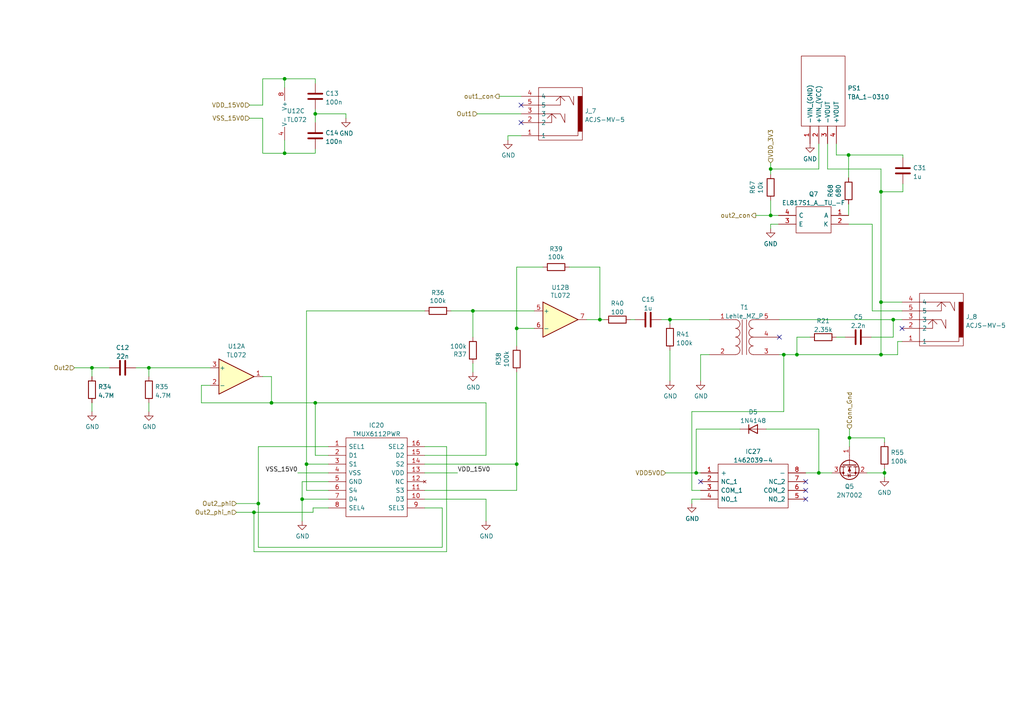
<source format=kicad_sch>
(kicad_sch (version 20211123) (generator eeschema)
  (paper "A4")
  (lib_symbols
    (symbol "Amplifier_Operational:TL072" (pin_names (offset 0.127))
      (property "Reference" "U" (at 0 5.08 0))
      (property "Value" "TL072" (at 0 -5.08 0))
      (symbol "TL072_1_1"
        (polyline (pts (xy -5.08 5.08) (xy 5.08 0) (xy -5.08 -5.08) (xy -5.08 5.08)) (stroke (width 0.254)) (fill (type background)))
        (pin output line (at 7.62 0 180) (length 2.54) (name "~") (number "1"))
        (pin input line (at -7.62 -2.54 0) (length 2.54) (name "-") (number "2"))
        (pin input line (at -7.62 2.54 0) (length 2.54) (name "+") (number "3"))
      )
      (symbol "TL072_2_1"
        (polyline (pts (xy -5.08 5.08) (xy 5.08 0) (xy -5.08 -5.08) (xy -5.08 5.08)) (stroke (width 0.254)) (fill (type background)))
        (pin input line (at -7.62 2.54 0) (length 2.54) (name "+") (number "5"))
        (pin input line (at -7.62 -2.54 0) (length 2.54) (name "-") (number "6"))
        (pin output line (at 7.62 0 180) (length 2.54) (name "~") (number "7"))
      )
      (symbol "TL072_3_1"
        (pin power_in line (at -2.54 -7.62 90) (length 3.81) (name "V-") (number "4"))
        (pin power_in line (at -2.54 7.62 270) (length 3.81) (name "V+") (number "8"))
      )
    )
    (symbol "Aphenol:ACJS-MV-5" (pin_names (offset 0.762))
      (property "Reference" "J_Return1" (at 8.3312 -6.7853 90))
      (property "Value" "ACJS-MV-5" (at 8.3312 -9.3222 90))
      (symbol "ACJS-MV-5_0_0"
        (pin passive line (at 19.05 -6.35 180) (length 5.08) (name "1") (number "1"))
        (pin passive line (at 19.05 -2.54 180) (length 5.08) (name "2") (number "2"))
        (pin passive line (at 19.05 0 180) (length 5.08) (name "3") (number "3"))
        (pin passive line (at 19.05 5.08 180) (length 5.08) (name "4") (number "4"))
        (pin passive line (at 19.05 2.54 180) (length 5.08) (name "5") (number "5"))
      )
      (symbol "ACJS-MV-5_0_1"
        (polyline (pts (xy 2.54 -5.08) (xy 2.54 -6.35) (xy 13.97 -6.35)) (stroke (width 0.1524)))
        (polyline (pts (xy 7.62 5.08) (xy 7.62 2.54) (xy 13.97 2.54)) (stroke (width 0.1524)))
        (polyline (pts (xy 8.89 -1.27) (xy 10.16 0) (xy 11.43 -1.27)) (stroke (width 0.1524)))
        (polyline (pts (xy 13.97 -2.54) (xy 10.16 -2.54) (xy 10.16 0)) (stroke (width 0.1524)))
        (polyline (pts (xy 7.62 5.08) (xy 6.35 3.81) (xy 7.62 5.08) (xy 8.89 3.81)) (stroke (width 0.1524)))
        (polyline (pts (xy 13.97 0) (xy 7.62 0) (xy 6.35 -2.54) (xy 6.35 0)) (stroke (width 0.1524)))
        (polyline (pts (xy 13.97 5.08) (xy 5.08 5.08) (xy 3.81 2.54) (xy 3.81 5.08)) (stroke (width 0.1524)))
        (polyline (pts (xy 1.27 7.62) (xy 13.97 7.62) (xy 13.97 -7.62) (xy 1.27 -7.62) (xy 1.27 7.62)) (stroke (width 0.1524)))
        (rectangle (start 1.27 5.08) (end 2.54 -5.08) (stroke (width 0.1524)) (fill (type outline)))
      )
    )
    (symbol "Device:C" (pin_numbers hide) (pin_names (offset 0.254))
      (property "Reference" "C" (at 0.635 2.54 0))
      (property "Value" "C" (at 0.635 -2.54 0))
      (symbol "C_0_1"
        (polyline (pts (xy -2.032 -0.762) (xy 2.032 -0.762)) (stroke (width 0.508)))
        (polyline (pts (xy -2.032 0.762) (xy 2.032 0.762)) (stroke (width 0.508)))
      )
      (symbol "C_1_1"
        (pin passive line (at 0 3.81 270) (length 2.794) (name "~") (number "1"))
        (pin passive line (at 0 -3.81 90) (length 2.794) (name "~") (number "2"))
      )
    )
    (symbol "Device:R" (pin_numbers hide) (pin_names (offset 0))
      (property "Reference" "R" (at 2.032 0 90))
      (property "Value" "R" (at 0 0 90))
      (symbol "R_0_1"
        (rectangle (start -1.016 -2.54) (end 1.016 2.54) (stroke (width 0.254)))
      )
      (symbol "R_1_1"
        (pin passive line (at 0 3.81 270) (length 1.27) (name "~") (number "1"))
        (pin passive line (at 0 -3.81 90) (length 1.27) (name "~") (number "2"))
      )
    )
    (symbol "Device:Transformer_1P_SS" (pin_names (offset 1.016) hide)
      (property "Reference" "T" (at 0 6.35 0))
      (property "Value" "Transformer_1P_SS" (at 0 -7.62 0))
      (symbol "Transformer_1P_SS_0_1"
        (arc (start -2.54 -5.0546) (mid -1.6599 -4.6901) (end -1.27 -3.81))
        (arc (start -2.54 -2.5146) (mid -1.6599 -2.1501) (end -1.27 -1.27))
        (arc (start -2.54 0.0254) (mid -1.6599 0.3899) (end -1.27 1.27))
        (arc (start -2.54 2.5654) (mid -1.6599 2.9299) (end -1.27 3.81))
        (arc (start -1.27 -3.81) (mid -1.642 -2.912) (end -2.54 -2.54))
        (arc (start -1.27 -1.27) (mid -1.642 -0.372) (end -2.54 0))
        (arc (start -1.27 1.27) (mid -1.642 2.168) (end -2.54 2.54))
        (arc (start -1.27 3.81) (mid -1.642 4.708) (end -2.54 5.08))
        (polyline (pts (xy -0.635 5.08) (xy -0.635 -5.08)))
        (polyline (pts (xy 0.635 -5.08) (xy 0.635 5.08)))
        (arc (start 1.2954 -1.27) (mid 1.6599 -2.1501) (end 2.54 -2.5146))
        (arc (start 1.2954 1.27) (mid 1.6599 0.3899) (end 2.54 0.0254))
        (arc (start 1.2954 3.81) (mid 1.6599 2.9299) (end 2.54 2.5654))
        (arc (start 1.3208 -3.81) (mid 1.6853 -4.6901) (end 2.5654 -5.0546))
        (arc (start 2.54 0) (mid 1.642 -0.372) (end 1.2954 -1.27))
        (arc (start 2.54 2.54) (mid 1.642 2.168) (end 1.2954 1.27))
        (arc (start 2.54 5.08) (mid 1.642 4.708) (end 1.2954 3.81))
        (arc (start 2.5654 -2.54) (mid 1.6674 -2.912) (end 1.3208 -3.81))
      )
      (symbol "Transformer_1P_SS_1_1"
        (pin passive line (at -10.16 5.08 0) (length 7.62) (name "AA") (number "1"))
        (pin passive line (at -10.16 -5.08 0) (length 7.62) (name "AB") (number "2"))
        (pin passive line (at 10.16 -5.08 180) (length 7.62) (name "SA") (number "3"))
        (pin passive line (at 10.16 0 180) (length 7.62) (name "SC") (number "4"))
        (pin passive line (at 10.16 5.08 180) (length 7.62) (name "SB") (number "5"))
      )
    )
    (symbol "Diode:1N4148" (pin_numbers hide) (pin_names hide)
      (property "Reference" "D" (at 0 2.54 0))
      (property "Value" "1N4148" (at 0 -2.54 0))
      (symbol "1N4148_0_1"
        (polyline (pts (xy -1.27 1.27) (xy -1.27 -1.27)) (stroke (width 0.254)))
        (polyline (pts (xy 1.27 0) (xy -1.27 0)))
        (polyline (pts (xy 1.27 1.27) (xy 1.27 -1.27) (xy -1.27 0) (xy 1.27 1.27)) (stroke (width 0.254)))
      )
      (symbol "1N4148_1_1"
        (pin passive line (at -3.81 0 0) (length 2.54) (name "K") (number "1"))
        (pin passive line (at 3.81 0 180) (length 2.54) (name "A") (number "2"))
      )
    )
    (symbol "SamacSys_Parts:1462039-4" (pin_names (offset 0.762))
      (property "Reference" "IC" (at 26.67 7.62 0))
      (property "Value" "1462039-4" (at 26.67 5.08 0))
      (symbol "1462039-4_0_0"
        (pin passive line (at 0 0 0) (length 5.08) (name "+") (number "1"))
        (pin passive line (at 0 -2.54 0) (length 5.08) (name "NC_1") (number "2"))
        (pin passive line (at 0 -5.08 0) (length 5.08) (name "COM_1") (number "3"))
        (pin passive line (at 0 -7.62 0) (length 5.08) (name "NO_1") (number "4"))
        (pin passive line (at 30.48 -7.62 180) (length 5.08) (name "NO_2") (number "5"))
        (pin passive line (at 30.48 -5.08 180) (length 5.08) (name "COM_2") (number "6"))
        (pin passive line (at 30.48 -2.54 180) (length 5.08) (name "NC_2") (number "7"))
        (pin passive line (at 30.48 0 180) (length 5.08) (name "-") (number "8"))
      )
      (symbol "1462039-4_0_1"
        (polyline (pts (xy 5.08 2.54) (xy 25.4 2.54) (xy 25.4 -10.16) (xy 5.08 -10.16) (xy 5.08 2.54)) (stroke (width 0.1524)))
      )
    )
    (symbol "SamacSys_Parts:EL817S1_A__TU_-F" (pin_names (offset 0.762))
      (property "Reference" "Q" (at 16.51 7.62 0))
      (property "Value" "EL817S1_A__TU_-F" (at 16.51 5.08 0))
      (symbol "EL817S1_A__TU_-F_0_0"
        (pin passive line (at 0 0 0) (length 5.08) (name "A") (number "1"))
        (pin passive line (at 0 -2.54 0) (length 5.08) (name "K") (number "2"))
        (pin passive line (at 20.32 -2.54 180) (length 5.08) (name "E") (number "3"))
        (pin passive line (at 20.32 0 180) (length 5.08) (name "C") (number "4"))
      )
      (symbol "EL817S1_A__TU_-F_0_1"
        (polyline (pts (xy 5.08 2.54) (xy 15.24 2.54) (xy 15.24 -5.08) (xy 5.08 -5.08) (xy 5.08 2.54)) (stroke (width 0.1524)))
      )
    )
    (symbol "SamacSys_Parts:TBA_1-0310" (pin_names (offset 0.762))
      (property "Reference" "PS" (at 26.67 7.62 0))
      (property "Value" "TBA_1-0310" (at 26.67 5.08 0))
      (symbol "TBA_1-0310_0_0"
        (pin passive line (at 0 0 0) (length 5.08) (name "-VIN_(GND)") (number "1"))
        (pin passive line (at 0 -2.54 0) (length 5.08) (name "+VIN_(VCC)") (number "2"))
        (pin passive line (at 0 -5.08 0) (length 5.08) (name "-VOUT") (number "3"))
        (pin passive line (at 0 -7.62 0) (length 5.08) (name "+VOUT") (number "4"))
      )
      (symbol "TBA_1-0310_0_1"
        (polyline (pts (xy 5.08 2.54) (xy 25.4 2.54) (xy 25.4 -10.16) (xy 5.08 -10.16) (xy 5.08 2.54)) (stroke (width 0.1524)))
      )
    )
    (symbol "SamacSys_Parts:TMUX6112PWR" (pin_names (offset 0.762))
      (property "Reference" "IC" (at 24.13 7.62 0))
      (property "Value" "TMUX6112PWR" (at 24.13 5.08 0))
      (symbol "TMUX6112PWR_0_0"
        (pin input line (at 0 0 0) (length 5.08) (name "SEL1") (number "1"))
        (pin bidirectional line (at 27.94 -15.24 180) (length 5.08) (name "D3") (number "10"))
        (pin bidirectional line (at 27.94 -12.7 180) (length 5.08) (name "S3") (number "11"))
        (pin no_connect line (at 27.94 -10.16 180) (length 5.08) (name "NC") (number "12"))
        (pin power_in line (at 27.94 -7.62 180) (length 5.08) (name "VDD") (number "13"))
        (pin bidirectional line (at 27.94 -5.08 180) (length 5.08) (name "S2") (number "14"))
        (pin bidirectional line (at 27.94 -2.54 180) (length 5.08) (name "D2") (number "15"))
        (pin input line (at 27.94 0 180) (length 5.08) (name "SEL2") (number "16"))
        (pin bidirectional line (at 0 -2.54 0) (length 5.08) (name "D1") (number "2"))
        (pin bidirectional line (at 0 -5.08 0) (length 5.08) (name "S1") (number "3"))
        (pin power_in line (at 0 -7.62 0) (length 5.08) (name "VSS") (number "4"))
        (pin power_in line (at 0 -10.16 0) (length 5.08) (name "GND") (number "5"))
        (pin bidirectional line (at 0 -12.7 0) (length 5.08) (name "S4") (number "6"))
        (pin bidirectional line (at 0 -15.24 0) (length 5.08) (name "D4") (number "7"))
        (pin input line (at 0 -17.78 0) (length 5.08) (name "SEL4") (number "8"))
        (pin input line (at 27.94 -17.78 180) (length 5.08) (name "SEL3") (number "9"))
      )
      (symbol "TMUX6112PWR_0_1"
        (polyline (pts (xy 5.08 2.54) (xy 22.86 2.54) (xy 22.86 -20.32) (xy 5.08 -20.32) (xy 5.08 2.54)) (stroke (width 0.1524)))
      )
    )
    (symbol "Transistor_FET:2N7002" (pin_names hide)
      (property "Reference" "Q" (at 5.08 1.905 0))
      (property "Value" "2N7002" (at 5.08 0 0))
      (symbol "2N7002_0_1"
        (polyline (pts (xy 0.254 0) (xy -2.54 0)))
        (polyline (pts (xy 0.254 1.905) (xy 0.254 -1.905)) (stroke (width 0.254)))
        (polyline (pts (xy 0.762 -1.27) (xy 0.762 -2.286)) (stroke (width 0.254)))
        (polyline (pts (xy 0.762 0.508) (xy 0.762 -0.508)) (stroke (width 0.254)))
        (polyline (pts (xy 0.762 2.286) (xy 0.762 1.27)) (stroke (width 0.254)))
        (polyline (pts (xy 2.54 2.54) (xy 2.54 1.778)))
        (polyline (pts (xy 2.54 -2.54) (xy 2.54 0) (xy 0.762 0)))
        (polyline (pts (xy 0.762 -1.778) (xy 3.302 -1.778) (xy 3.302 1.778) (xy 0.762 1.778)))
        (polyline (pts (xy 1.016 0) (xy 2.032 0.381) (xy 2.032 -0.381) (xy 1.016 0)) (fill (type outline)))
        (polyline (pts (xy 2.794 0.508) (xy 2.921 0.381) (xy 3.683 0.381) (xy 3.81 0.254)))
        (polyline (pts (xy 3.302 0.381) (xy 2.921 -0.254) (xy 3.683 -0.254) (xy 3.302 0.381)))
        (circle (center 1.651 0) (radius 2.794) (stroke (width 0.254)))
        (circle (center 2.54 -1.778) (radius 0.254) (fill (type outline)))
        (circle (center 2.54 1.778) (radius 0.254) (fill (type outline)))
      )
      (symbol "2N7002_1_1"
        (pin input line (at -5.08 0 0) (length 2.54) (name "G") (number "1"))
        (pin passive line (at 2.54 -5.08 90) (length 2.54) (name "S") (number "2"))
        (pin passive line (at 2.54 5.08 270) (length 2.54) (name "D") (number "3"))
      )
    )
    (symbol "power:GND" (power) (pin_names (offset 0))
      (property "Value" "GND" (at 0 -3.81 0))
      (symbol "GND_0_1"
        (polyline (pts (xy 0 0) (xy 0 -1.27) (xy 1.27 -1.27) (xy 0 -2.54) (xy -1.27 -1.27) (xy 0 -1.27)))
      )
      (symbol "GND_1_1"
        (pin power_in line (at 0 0 270) (length 0) hide (name "GND") (number "1"))
      )
    )
  )
  (junction (at 43.18 106.68))
  (junction (at 73.66 148.59))
  (junction (at 256.54 137.16))
  (junction (at 82.55 44.45))
  (junction (at 194.31 92.71))
  (junction (at 137.16 90.17))
  (junction (at 223.52 49.022))
  (junction (at 255.524 87.63))
  (junction (at 173.99 92.71))
  (junction (at 88.9 134.62))
  (junction (at 149.86 95.25))
  (junction (at 91.44 33.02))
  (junction (at 223.52 62.484))
  (junction (at 82.55 22.86))
  (junction (at 78.74 116.84))
  (junction (at 246.38 127))
  (junction (at 74.93 146.05))
  (junction (at 91.44 116.84))
  (junction (at 255.524 102.87))
  (junction (at 231.14 102.87))
  (junction (at 259.08 92.71))
  (junction (at 87.63 144.78))
  (junction (at 201.93 137.16))
  (junction (at 26.67 106.68))
  (junction (at 237.49 137.16))
  (junction (at 149.86 134.62))
  (junction (at 227.33 102.87))
  (junction (at 246.126 44.958))
  (junction (at 255.524 55.626))
  (no_connect (at 233.68 142.24))
  (no_connect (at 233.68 139.7))
  (no_connect (at 233.68 144.78))
  (no_connect (at 261.62 95.25))
  (no_connect (at 203.2 139.7))
  (no_connect (at 151.13 35.56))
  (no_connect (at 151.13 30.48))
  (no_connect (at 226.06 97.79))
  (wire (pts (xy 100.33 33.02) (xy 91.44 33.02)))
  (wire (pts (xy 76.2 34.29) (xy 76.2 44.45)))
  (wire (pts (xy 147.32 39.37) (xy 147.32 40.64)))
  (wire (pts (xy 240.03 49.022) (xy 240.03 41.656)))
  (wire (pts (xy 237.49 49.022) (xy 237.49 41.656)))
  (wire (pts (xy 88.9 142.24) (xy 95.25 142.24)))
  (wire (pts (xy 201.93 124.46) (xy 201.93 137.16)))
  (wire (pts (xy 72.39 34.29) (xy 76.2 34.29)))
  (wire (pts (xy 74.93 129.54) (xy 74.93 146.05)))
  (wire (pts (xy 123.19 134.62) (xy 149.86 134.62)))
  (wire (pts (xy 201.93 137.16) (xy 203.2 137.16)))
  (wire (pts (xy 91.44 43.18) (xy 91.44 44.45)))
  (wire (pts (xy 242.57 41.656) (xy 242.57 44.958)))
  (wire (pts (xy 255.524 87.63) (xy 255.524 102.87)))
  (wire (pts (xy 256.54 137.16) (xy 256.54 138.43)))
  (wire (pts (xy 129.54 129.54) (xy 123.19 129.54)))
  (wire (pts (xy 260.35 99.06) (xy 260.35 102.87)))
  (wire (pts (xy 91.44 22.86) (xy 82.55 22.86)))
  (wire (pts (xy 223.52 49.022) (xy 223.52 50.546)))
  (wire (pts (xy 261.62 90.17) (xy 252.984 90.17)))
  (wire (pts (xy 76.2 44.45) (xy 82.55 44.45)))
  (wire (pts (xy 182.88 92.71) (xy 184.15 92.71)))
  (wire (pts (xy 255.524 102.87) (xy 260.35 102.87)))
  (wire (pts (xy 76.2 109.22) (xy 78.74 109.22)))
  (wire (pts (xy 78.74 116.84) (xy 58.42 116.84)))
  (wire (pts (xy 58.42 116.84) (xy 58.42 111.76)))
  (wire (pts (xy 255.524 87.63) (xy 261.62 87.63)))
  (wire (pts (xy 90.805 147.32) (xy 95.25 147.32)))
  (wire (pts (xy 88.9 90.17) (xy 88.9 134.62)))
  (wire (pts (xy 246.126 59.182) (xy 246.126 62.484)))
  (wire (pts (xy 237.49 124.46) (xy 222.25 124.46)))
  (wire (pts (xy 242.57 44.958) (xy 246.126 44.958)))
  (wire (pts (xy 137.16 107.95) (xy 137.16 105.41)))
  (wire (pts (xy 123.19 144.78) (xy 140.97 144.78)))
  (wire (pts (xy 251.46 137.16) (xy 256.54 137.16)))
  (wire (pts (xy 246.38 127) (xy 256.54 127)))
  (wire (pts (xy 223.52 47.244) (xy 223.52 49.022)))
  (wire (pts (xy 39.37 106.68) (xy 43.18 106.68)))
  (wire (pts (xy 140.97 116.84) (xy 140.97 132.08)))
  (wire (pts (xy 88.9 90.17) (xy 123.19 90.17)))
  (wire (pts (xy 91.44 116.84) (xy 140.97 116.84)))
  (wire (pts (xy 252.984 65.024) (xy 246.126 65.024)))
  (wire (pts (xy 255.524 55.626) (xy 261.874 55.626)))
  (wire (pts (xy 149.86 95.25) (xy 149.86 77.47)))
  (wire (pts (xy 261.62 99.06) (xy 260.35 99.06)))
  (wire (pts (xy 173.99 92.71) (xy 175.26 92.71)))
  (wire (pts (xy 149.86 107.95) (xy 149.86 134.62)))
  (wire (pts (xy 100.33 34.29) (xy 100.33 33.02)))
  (wire (pts (xy 149.86 95.25) (xy 154.94 95.25)))
  (wire (pts (xy 60.96 106.68) (xy 43.18 106.68)))
  (wire (pts (xy 91.44 116.84) (xy 91.44 132.08)))
  (wire (pts (xy 223.52 62.484) (xy 225.806 62.484)))
  (wire (pts (xy 200.66 119.38) (xy 227.33 119.38)))
  (wire (pts (xy 203.2 102.87) (xy 205.74 102.87)))
  (wire (pts (xy 157.48 77.47) (xy 149.86 77.47)))
  (wire (pts (xy 137.16 90.17) (xy 154.94 90.17)))
  (wire (pts (xy 137.16 90.17) (xy 137.16 97.79)))
  (wire (pts (xy 26.67 106.68) (xy 21.59 106.68)))
  (wire (pts (xy 78.74 109.22) (xy 78.74 116.84)))
  (wire (pts (xy 128.27 158.75) (xy 128.27 147.32)))
  (wire (pts (xy 256.54 127) (xy 256.54 128.27)))
  (wire (pts (xy 73.66 160.02) (xy 129.54 160.02)))
  (wire (pts (xy 173.99 77.47) (xy 165.1 77.47)))
  (wire (pts (xy 26.67 106.68) (xy 31.75 106.68)))
  (wire (pts (xy 255.524 87.63) (xy 255.524 55.626)))
  (wire (pts (xy 88.9 134.62) (xy 88.9 142.24)))
  (wire (pts (xy 26.67 116.84) (xy 26.67 119.38)))
  (wire (pts (xy 227.33 102.87) (xy 227.33 119.38)))
  (wire (pts (xy 223.52 65.024) (xy 225.806 65.024)))
  (wire (pts (xy 82.55 44.45) (xy 91.44 44.45)))
  (wire (pts (xy 149.86 134.62) (xy 149.86 142.24)))
  (wire (pts (xy 261.874 44.958) (xy 246.126 44.958)))
  (wire (pts (xy 87.63 144.78) (xy 95.25 144.78)))
  (wire (pts (xy 82.55 40.64) (xy 82.55 44.45)))
  (wire (pts (xy 86.36 137.16) (xy 95.25 137.16)))
  (wire (pts (xy 231.14 102.87) (xy 255.524 102.87)))
  (wire (pts (xy 130.81 90.17) (xy 137.16 90.17)))
  (wire (pts (xy 256.54 135.89) (xy 256.54 137.16)))
  (wire (pts (xy 76.2 30.48) (xy 72.39 30.48)))
  (wire (pts (xy 231.14 102.87) (xy 227.33 102.87)))
  (wire (pts (xy 74.93 146.05) (xy 68.58 146.05)))
  (wire (pts (xy 194.31 101.6) (xy 194.31 110.49)))
  (wire (pts (xy 259.08 92.71) (xy 261.62 92.71)))
  (wire (pts (xy 227.33 102.87) (xy 226.06 102.87)))
  (wire (pts (xy 78.74 116.84) (xy 91.44 116.84)))
  (wire (pts (xy 88.9 134.62) (xy 95.25 134.62)))
  (wire (pts (xy 240.03 49.022) (xy 255.524 49.022)))
  (wire (pts (xy 68.58 148.59) (xy 73.66 148.59)))
  (wire (pts (xy 200.66 142.24) (xy 200.66 119.38)))
  (wire (pts (xy 74.93 129.54) (xy 95.25 129.54)))
  (wire (pts (xy 170.18 92.71) (xy 173.99 92.71)))
  (wire (pts (xy 200.66 144.78) (xy 203.2 144.78)))
  (wire (pts (xy 58.42 111.76) (xy 60.96 111.76)))
  (wire (pts (xy 82.55 22.86) (xy 82.55 25.4)))
  (wire (pts (xy 231.14 97.79) (xy 231.14 102.87)))
  (wire (pts (xy 123.19 147.32) (xy 128.27 147.32)))
  (wire (pts (xy 149.86 100.33) (xy 149.86 95.25)))
  (wire (pts (xy 219.202 62.484) (xy 223.52 62.484)))
  (wire (pts (xy 203.2 102.87) (xy 203.2 110.49)))
  (wire (pts (xy 91.44 33.02) (xy 91.44 35.56)))
  (wire (pts (xy 91.44 24.13) (xy 91.44 22.86)))
  (wire (pts (xy 261.874 45.72) (xy 261.874 44.958)))
  (wire (pts (xy 246.38 124.46) (xy 246.38 127)))
  (wire (pts (xy 237.49 137.16) (xy 241.3 137.16)))
  (wire (pts (xy 223.52 49.022) (xy 237.49 49.022)))
  (wire (pts (xy 255.524 55.626) (xy 255.524 49.022)))
  (wire (pts (xy 226.06 92.71) (xy 259.08 92.71)))
  (wire (pts (xy 91.44 132.08) (xy 95.25 132.08)))
  (wire (pts (xy 259.08 97.79) (xy 252.73 97.79)))
  (wire (pts (xy 87.63 139.7) (xy 95.25 139.7)))
  (wire (pts (xy 214.63 124.46) (xy 201.93 124.46)))
  (wire (pts (xy 194.31 92.71) (xy 194.31 93.98)))
  (wire (pts (xy 43.18 106.68) (xy 43.18 109.22)))
  (wire (pts (xy 259.08 92.71) (xy 259.08 97.79)))
  (wire (pts (xy 237.49 137.16) (xy 237.49 124.46)))
  (wire (pts (xy 151.13 39.37) (xy 147.32 39.37)))
  (wire (pts (xy 76.2 22.86) (xy 76.2 30.48)))
  (wire (pts (xy 123.19 142.24) (xy 149.86 142.24)))
  (wire (pts (xy 246.126 44.958) (xy 246.126 51.562)))
  (wire (pts (xy 173.99 92.71) (xy 173.99 77.47)))
  (wire (pts (xy 82.55 22.86) (xy 76.2 22.86)))
  (wire (pts (xy 252.984 65.024) (xy 252.984 90.17)))
  (wire (pts (xy 74.93 158.75) (xy 128.27 158.75)))
  (wire (pts (xy 200.66 142.24) (xy 203.2 142.24)))
  (wire (pts (xy 242.57 97.79) (xy 245.11 97.79)))
  (wire (pts (xy 138.43 33.02) (xy 151.13 33.02)))
  (wire (pts (xy 123.19 132.08) (xy 140.97 132.08)))
  (wire (pts (xy 123.19 137.16) (xy 132.715 137.16)))
  (wire (pts (xy 234.95 97.79) (xy 231.14 97.79)))
  (wire (pts (xy 87.63 144.78) (xy 87.63 151.13)))
  (wire (pts (xy 246.38 127) (xy 246.38 129.54)))
  (wire (pts (xy 73.66 148.59) (xy 73.66 160.02)))
  (wire (pts (xy 200.66 144.78) (xy 200.66 146.05)))
  (wire (pts (xy 223.52 66.294) (xy 223.52 65.024)))
  (wire (pts (xy 129.54 129.54) (xy 129.54 160.02)))
  (wire (pts (xy 223.52 58.166) (xy 223.52 62.484)))
  (wire (pts (xy 91.44 31.75) (xy 91.44 33.02)))
  (wire (pts (xy 90.805 148.59) (xy 90.805 147.32)))
  (wire (pts (xy 140.97 144.78) (xy 140.97 151.13)))
  (wire (pts (xy 261.874 53.34) (xy 261.874 55.626)))
  (wire (pts (xy 26.67 106.68) (xy 26.67 109.22)))
  (wire (pts (xy 73.66 148.59) (xy 90.805 148.59)))
  (wire (pts (xy 194.31 92.71) (xy 205.74 92.71)))
  (wire (pts (xy 43.18 116.84) (xy 43.18 119.38)))
  (wire (pts (xy 193.04 137.16) (xy 201.93 137.16)))
  (wire (pts (xy 233.68 137.16) (xy 237.49 137.16)))
  (wire (pts (xy 87.63 139.7) (xy 87.63 144.78)))
  (wire (pts (xy 74.93 146.05) (xy 74.93 158.75)))
  (wire (pts (xy 144.78 27.94) (xy 151.13 27.94)))
  (wire (pts (xy 191.77 92.71) (xy 194.31 92.71)))
  (label "VSS_15V0" (at 86.36 137.16 180))
  (label "VDD_15V0" (at 132.715 137.16 0))
  (hierarchical_label "VDD_15V0" (shape input) (at 72.39 30.48 180))
  (hierarchical_label "out2_con" (shape output) (at 219.202 62.484 180))
  (hierarchical_label "Out2" (shape input) (at 21.59 106.68 180))
  (hierarchical_label "VDD_3V3" (shape input) (at 223.52 47.244 90))
  (hierarchical_label "Out1" (shape input) (at 138.43 33.02 180))
  (hierarchical_label "Out2_phi" (shape input) (at 68.58 146.05 180))
  (hierarchical_label "Conn_Gnd" (shape input) (at 246.38 124.46 90))
  (hierarchical_label "out1_con" (shape output) (at 144.78 27.94 180))
  (hierarchical_label "VDD5V0" (shape input) (at 193.04 137.16 180))
  (hierarchical_label "VSS_15V0" (shape input) (at 72.39 34.29 180))
  (hierarchical_label "Out2_phi_n" (shape input) (at 68.58 148.59 180))
  (symbol (lib_id "Amplifier_Operational:TL072") (at 162.56 92.71 0) (unit 2)
    (property "Reference" "U12" (at 162.56 83.3882 0))
    (property "Value" "TL072" (at 162.56 85.6996 0))
    (property "Footprint" "SamacSys_Parts:SOIC127P600X175-8N" (effects hide))
    (property "Datasheet" "http://www.ti.com/lit/ds/symlink/tl071.pdf" (effects hide))
  )
  (symbol (lib_id "Device:R") (at 246.126 55.372 0) (unit 1)
    (property "Reference" "R68" (at 240.8682 55.372 90))
    (property "Value" "680" (at 243.1796 55.372 90))
    (property "Footprint" "Resistor_SMD:R_1206_3216Metric_Pad1.30x1.75mm_HandSolder" (effects hide))
  )
  (symbol (lib_id "Device:R") (at 137.16 101.6 0) (unit 1)
    (property "Reference" "R37" (at 135.382 102.7684 0) (effects (justify right)))
    (property "Value" "100k" (at 135.382 100.457 0) (effects (justify right)))
    (property "Footprint" "Resistor_SMD:R_1206_3216Metric_Pad1.30x1.75mm_HandSolder" (effects hide))
  )
  (symbol (lib_id "Device:R") (at 238.76 97.79 90) (unit 1)
    (property "Reference" "R21" (at 238.76 93.0742 90))
    (property "Value" "2.35k" (at 238.76 95.6111 90))
    (property "Footprint" "Resistor_SMD:R_1206_3216Metric_Pad1.30x1.75mm_HandSolder" (effects hide))
  )
  (symbol (lib_id "Device:R") (at 127 90.17 90) (unit 1)
    (property "Reference" "R36" (at 127 84.9122 90))
    (property "Value" "100k" (at 127 87.2236 90))
    (property "Footprint" "Resistor_SMD:R_1206_3216Metric_Pad1.30x1.75mm_HandSolder" (effects hide))
  )
  (symbol (lib_id "Aphenol:ACJS-MV-5") (at 170.18 33.02 0) (mirror y) (unit 1)
    (property "Reference" "J_7" (at 169.6212 32.1853 0) (effects (justify right)))
    (property "Value" "ACJS-MV-5" (at 169.6212 34.7222 0) (effects (justify right)))
    (property "Footprint" "SamacSys_Parts:ACJSMV5" (effects hide))
    (property "Datasheet" "http://www.amphenolaudio.com/wp-content/uploads/2015/07/55010228000152_acjx-mv-x.pdf" (effects hide))
    (property "Description" "Phone Connectors 1/4\"VERT CHASIS CONN PLSTC" (effects hide))
    (property "Height" "31.45" (effects hide))
    (property "Manufacturer_Name" "Amphenol" (effects hide))
    (property "Manufacturer_Part_Number" "ACJS-MV-5" (effects hide))
    (property "Mouser Part Number" "523-ACJS-MV-5" (effects hide))
    (property "Mouser Price/Stock" "https://www.mouser.co.uk/ProductDetail/Amphenol-Audio/ACJS-MV-5?qs=c9RBuMmXG6JIOKwHTyIaMA%3D%3D" (effects hide))
  )
  (symbol (lib_id "SamacSys_Parts:TMUX6112PWR") (at 95.25 129.54 0) (unit 1)
    (property "Reference" "IC20" (at 109.22 123.351 0))
    (property "Value" "TMUX6112PWR" (at 109.22 125.8879 0))
    (property "Footprint" "SamacSys_Parts:SOP65P640X120-16N" (effects hide))
    (property "Datasheet" "http://www.ti.com/lit/ds/symlink/tmux6112.pdf" (effects hide))
    (property "Description" "Analog Switch ICs 36-V, Low Capacitance, Low-Leakage-Current, Precision, Quad SPST Switches (Normally Open) 16-TSSOP -40 to 125" (effects hide))
    (property "Height" "1.2" (effects hide))
    (property "Manufacturer_Name" "Texas Instruments" (effects hide))
    (property "Manufacturer_Part_Number" "TMUX6112PWR" (effects hide))
    (property "Mouser Part Number" "595-TMUX6112PWR" (effects hide))
    (property "Mouser Price/Stock" "https://www.mouser.co.uk/ProductDetail/Texas-Instruments/TMUX6112PWR?qs=lc2O%252BfHJPVapObCKrxF4jQ%3D%3D" (effects hide))
    (property "Arrow Part Number" "TMUX6112PWR" (effects hide))
    (property "Arrow Price/Stock" "https://www.arrow.com/en/products/tmux6112pwr/texas-instruments?region=nac" (effects hide))
  )
  (symbol (lib_id "Device:R") (at 43.18 113.03 0) (unit 1)
    (property "Reference" "R35" (at 44.958 112.1953 0) (effects (justify left)))
    (property "Value" "4.7M" (at 44.958 114.7322 0) (effects (justify left)))
    (property "Footprint" "Resistor_SMD:R_1206_3216Metric_Pad1.30x1.75mm_HandSolder" (effects hide))
  )
  (symbol (lib_id "Aphenol:ACJS-MV-5") (at 280.67 92.71 0) (mirror y) (unit 1)
    (property "Reference" "J_8" (at 280.1112 91.8753 0) (effects (justify right)))
    (property "Value" "ACJS-MV-5" (at 280.1112 94.4122 0) (effects (justify right)))
    (property "Footprint" "SamacSys_Parts:ACJSMV5" (effects hide))
    (property "Datasheet" "http://www.amphenolaudio.com/wp-content/uploads/2015/07/55010228000152_acjx-mv-x.pdf" (effects hide))
    (property "Description" "Phone Connectors 1/4\"VERT CHASIS CONN PLSTC" (effects hide))
    (property "Height" "31.45" (effects hide))
    (property "Manufacturer_Name" "Amphenol" (effects hide))
    (property "Manufacturer_Part_Number" "ACJS-MV-5" (effects hide))
    (property "Mouser Part Number" "523-ACJS-MV-5" (effects hide))
    (property "Mouser Price/Stock" "https://www.mouser.co.uk/ProductDetail/Amphenol-Audio/ACJS-MV-5?qs=c9RBuMmXG6JIOKwHTyIaMA%3D%3D" (effects hide))
  )
  (symbol (lib_id "Device:R") (at 161.29 77.47 270) (unit 1)
    (property "Reference" "R39" (at 161.29 72.2122 90))
    (property "Value" "100k" (at 161.29 74.5236 90))
    (property "Footprint" "Resistor_SMD:R_1206_3216Metric_Pad1.30x1.75mm_HandSolder" (effects hide))
  )
  (symbol (lib_id "Device:R") (at 179.07 92.71 90) (unit 1)
    (property "Reference" "R40" (at 179.07 87.9942 90))
    (property "Value" "100" (at 179.07 90.5311 90))
    (property "Footprint" "Resistor_SMD:R_1206_3216Metric_Pad1.30x1.75mm_HandSolder" (effects hide))
  )
  (symbol (lib_id "SamacSys_Parts:TBA_1-0310") (at 234.95 41.656 90) (unit 1)
    (property "Reference" "PS1" (at 245.8212 25.5813 90) (effects (justify right)))
    (property "Value" "TBA_1-0310" (at 245.8212 28.1182 90) (effects (justify right)))
    (property "Footprint" "SamacSys_Parts:TBA1" (effects hide))
    (property "Datasheet" "https://tracopower.com/tba1-datasheet/" (effects hide))
    (property "Description" "1 Watt DC/DC converter, industrial, +/-10% input, short circuit protection, unregulated, encapsulated, SIP-4" (effects hide))
    (property "Height" "9.65" (effects hide))
    (property "Manufacturer_Name" "Traco Power" (effects hide))
    (property "Manufacturer_Part_Number" "TBA 1-0310" (effects hide))
    (property "Mouser Part Number" "495-TBA1-0310" (effects hide))
    (property "Mouser Price/Stock" "https://www.mouser.co.uk/ProductDetail/TRACO-Power/TBA-1-0310?qs=byeeYqUIh0NkEbN4B%252BJsVg%3D%3D" (effects hide))
  )
  (symbol (lib_id "power:GND") (at 256.54 138.43 0) (unit 1)
    (property "Reference" "#PWR085" (effects hide))
    (property "Value" "GND" (at 256.54 142.8734 0))
  )
  (symbol (lib_id "Device:R") (at 194.31 97.79 0) (unit 1)
    (property "Reference" "R41" (at 196.088 96.9553 0) (effects (justify left)))
    (property "Value" "100k" (at 196.088 99.4922 0) (effects (justify left)))
    (property "Footprint" "Resistor_SMD:R_1206_3216Metric_Pad1.30x1.75mm_HandSolder" (effects hide))
  )
  (symbol (lib_id "Device:R") (at 223.52 54.356 0) (unit 1)
    (property "Reference" "R67" (at 218.2622 54.356 90))
    (property "Value" "10k" (at 220.5736 54.356 90))
    (property "Footprint" "Resistor_SMD:R_1206_3216Metric_Pad1.30x1.75mm_HandSolder" (effects hide))
  )
  (symbol (lib_id "Transistor_FET:2N7002") (at 246.38 134.62 90) (mirror x) (unit 1)
    (property "Reference" "Q5" (at 246.38 141.0954 90))
    (property "Value" "2N7002" (at 246.38 143.6323 90))
    (property "Footprint" "Package_TO_SOT_SMD:SOT-23" (effects hide))
    (property "Datasheet" "https://www.onsemi.com/pub/Collateral/NDS7002A-D.PDF" (effects hide))
  )
  (symbol (lib_id "power:GND") (at 234.95 41.656 0) (unit 1)
    (property "Reference" "#PWR092" (effects hide))
    (property "Value" "GND" (at 234.95 46.0994 0))
  )
  (symbol (lib_id "power:GND") (at 200.66 146.05 0) (unit 1)
    (property "Reference" "#PWR086" (effects hide))
    (property "Value" "GND" (at 200.787 150.4442 0))
  )
  (symbol (lib_id "Amplifier_Operational:TL072") (at 68.58 109.22 0) (unit 1)
    (property "Reference" "U12" (at 68.58 100.4402 0))
    (property "Value" "TL072" (at 68.58 102.9771 0))
    (property "Footprint" "SamacSys_Parts:SOIC127P600X175-8N" (effects hide))
    (property "Datasheet" "http://www.ti.com/lit/ds/symlink/tl071.pdf" (effects hide))
  )
  (symbol (lib_id "Device:C") (at 187.96 92.71 90) (unit 1)
    (property "Reference" "C15" (at 187.96 86.8512 90))
    (property "Value" "1u" (at 187.96 89.3881 90))
    (property "Footprint" "Capacitor_SMD:C_1206_3216Metric_Pad1.33x1.80mm_HandSolder" (effects hide))
  )
  (symbol (lib_id "power:GND") (at 26.67 119.38 0) (unit 1)
    (property "Reference" "#PWR032" (effects hide))
    (property "Value" "GND" (at 26.797 123.7742 0))
  )
  (symbol (lib_id "Device:R") (at 26.67 113.03 0) (unit 1)
    (property "Reference" "R34" (at 28.448 112.1953 0) (effects (justify left)))
    (property "Value" "4.7M" (at 28.448 114.7322 0) (effects (justify left)))
    (property "Footprint" "Resistor_SMD:R_1206_3216Metric_Pad1.30x1.75mm_HandSolder" (effects hide))
  )
  (symbol (lib_id "power:GND") (at 87.63 151.13 0) (unit 1)
    (property "Reference" "#PWR034" (effects hide))
    (property "Value" "GND" (at 87.757 155.5242 0))
  )
  (symbol (lib_id "Amplifier_Operational:TL072") (at 85.09 33.02 0) (unit 3)
    (property "Reference" "U12" (at 83.185 32.1853 0) (effects (justify left)))
    (property "Value" "TL072" (at 83.185 34.7222 0) (effects (justify left)))
    (property "Footprint" "SamacSys_Parts:SOIC127P600X175-8N" (effects hide))
    (property "Datasheet" "http://www.ti.com/lit/ds/symlink/tl071.pdf" (effects hide))
  )
  (symbol (lib_id "power:GND") (at 203.2 110.49 0) (unit 1)
    (property "Reference" "#PWR039" (effects hide))
    (property "Value" "GND" (at 203.327 114.8842 0))
  )
  (symbol (lib_id "power:GND") (at 100.33 34.29 0) (unit 1)
    (property "Reference" "#PWR035" (effects hide))
    (property "Value" "GND" (at 100.457 38.6842 0))
  )
  (symbol (lib_id "SamacSys_Parts:EL817S1_A__TU_-F") (at 246.126 62.484 0) (mirror y) (unit 1)
    (property "Reference" "Q7" (at 235.966 56.295 0))
    (property "Value" "EL817S1_A__TU_-F" (at 235.966 58.8319 0))
    (property "Footprint" "SamacSys_Parts:SOP254P1030X390-4N" (effects hide))
    (property "Datasheet" "https://www.digikey.in/product-detail/en/everlight-electronics-co-ltd/EL817S1-A-TU-V/EL817S1-A-TU-V-ND/2693314" (effects hide))
    (property "Description" "TransistorOptocouplers 1 5000Vrms SMD-4 Optocouplers RoHS" (effects hide))
    (property "Height" "3.9" (effects hide))
    (property "Manufacturer_Name" "Everlight" (effects hide))
    (property "Manufacturer_Part_Number" "EL817S1(A)(TU)-F" (effects hide))
  )
  (symbol (lib_id "Device:C") (at 35.56 106.68 90) (unit 1)
    (property "Reference" "C12" (at 35.56 100.8212 90))
    (property "Value" "22n" (at 35.56 103.3581 90))
    (property "Footprint" "Capacitor_SMD:C_1206_3216Metric_Pad1.33x1.80mm_HandSolder" (effects hide))
  )
  (symbol (lib_id "power:GND") (at 137.16 107.95 0) (unit 1)
    (property "Reference" "#PWR036" (effects hide))
    (property "Value" "GND" (at 137.287 112.3442 0))
  )
  (symbol (lib_id "Device:C") (at 248.92 97.79 270) (unit 1)
    (property "Reference" "C5" (at 248.92 91.9312 90))
    (property "Value" "2.2n" (at 248.92 94.4681 90))
    (property "Footprint" "Capacitor_SMD:C_1206_3216Metric_Pad1.33x1.80mm_HandSolder" (effects hide))
  )
  (symbol (lib_id "Device:C") (at 91.44 27.94 180) (unit 1)
    (property "Reference" "C13" (at 94.361 27.1053 0) (effects (justify right)))
    (property "Value" "100n" (at 94.361 29.6422 0) (effects (justify right)))
    (property "Footprint" "Capacitor_SMD:C_1206_3216Metric_Pad1.33x1.80mm_HandSolder" (effects hide))
  )
  (symbol (lib_id "power:GND") (at 194.31 110.49 0) (unit 1)
    (property "Reference" "#PWR038" (effects hide))
    (property "Value" "GND" (at 194.437 114.8842 0))
  )
  (symbol (lib_id "Device:Transformer_1P_SS") (at 215.9 97.79 0) (unit 1)
    (property "Reference" "T1" (at 215.9127 89.1371 0))
    (property "Value" "Lehle_MZ_P" (at 215.9127 91.674 0))
    (property "Footprint" "Lehle_Transformer:Lehle_MZ_P" (effects hide))
  )
  (symbol (lib_id "Device:R") (at 149.86 104.14 180) (unit 1)
    (property "Reference" "R38" (at 144.6022 104.14 90))
    (property "Value" "100k" (at 146.9136 104.14 90))
    (property "Footprint" "Resistor_SMD:R_1206_3216Metric_Pad1.30x1.75mm_HandSolder" (effects hide))
  )
  (symbol (lib_id "power:GND") (at 140.97 151.13 0) (unit 1)
    (property "Reference" "#PWR037" (effects hide))
    (property "Value" "GND" (at 141.097 155.5242 0))
  )
  (symbol (lib_id "power:GND") (at 223.52 66.294 0) (unit 1)
    (property "Reference" "#PWR093" (effects hide))
    (property "Value" "GND" (at 223.52 70.7374 0))
  )
  (symbol (lib_id "Device:C") (at 91.44 39.37 180) (unit 1)
    (property "Reference" "C14" (at 94.361 38.5353 0) (effects (justify right)))
    (property "Value" "100n" (at 94.361 41.0722 0) (effects (justify right)))
    (property "Footprint" "Capacitor_SMD:C_1206_3216Metric_Pad1.33x1.80mm_HandSolder" (effects hide))
  )
  (symbol (lib_id "Device:C") (at 261.874 49.53 180) (unit 1)
    (property "Reference" "C31" (at 264.795 48.6953 0) (effects (justify right)))
    (property "Value" "1u" (at 264.795 51.2322 0) (effects (justify right)))
    (property "Footprint" "Capacitor_SMD:C_1206_3216Metric_Pad1.33x1.80mm_HandSolder" (effects hide))
  )
  (symbol (lib_id "Device:R") (at 256.54 132.08 0) (unit 1)
    (property "Reference" "R55" (at 258.318 131.2453 0) (effects (justify left)))
    (property "Value" "100k" (at 258.318 133.7822 0) (effects (justify left)))
    (property "Footprint" "Resistor_SMD:R_1206_3216Metric_Pad1.30x1.75mm_HandSolder" (effects hide))
  )
  (symbol (lib_id "power:GND") (at 43.18 119.38 0) (unit 1)
    (property "Reference" "#PWR033" (effects hide))
    (property "Value" "GND" (at 43.307 123.7742 0))
  )
  (symbol (lib_id "power:GND") (at 147.32 40.64 0) (unit 1)
    (property "Reference" "#PWR075" (effects hide))
    (property "Value" "GND" (at 147.447 45.0342 0))
  )
  (symbol (lib_id "Diode:1N4148") (at 218.44 124.46 0) (unit 1)
    (property "Reference" "D5" (at 218.44 119.4902 0))
    (property "Value" "1N4148" (at 218.44 122.0271 0))
    (property "Footprint" "Diode_SMD:D_SOD-123" (effects hide))
    (property "Datasheet" "https://assets.nexperia.com/documents/data-sheet/1N4148_1N4448.pdf" (effects hide))
  )
  (symbol (lib_id "SamacSys_Parts:1462039-4") (at 203.2 137.16 0) (unit 1)
    (property "Reference" "IC27" (at 218.44 130.971 0))
    (property "Value" "1462039-4" (at 218.44 133.5079 0))
    (property "Footprint" "SamacSys_Parts:14620394" (effects hide))
    (property "Datasheet" "https://www.te.com/commerce/DocumentDelivery/DDEController?Action=showdoc&DocId=Data+Sheet%7F108-98001%7FZ%7Fpdf%7FEnglish%7FENG_DS_108-98001_Z.pdf%7F1462039-4" (effects hide))
    (property "Description" "General Purpose Relays IM13GR=IM RELAY 100MW 5V" (effects hide))
    (property "Height" "5.65" (effects hide))
    (property "Manufacturer_Name" "TE Connectivity" (effects hide))
    (property "Manufacturer_Part_Number" "1462039-4" (effects hide))
    (property "Mouser Part Number" "655-1462039-4" (effects hide))
    (property "Mouser Price/Stock" "https://www.mouser.co.uk/ProductDetail/TE-Connectivity-PB/1462039-4?qs=HrnbphAniACdk25612UMrw%3D%3D" (effects hide))
    (property "Arrow Part Number" "1462039-4" (effects hide))
    (property "Arrow Price/Stock" "https://www.arrow.com/en/products/1462039-4/te-connectivity?region=europe" (effects hide))
  )
)
</source>
